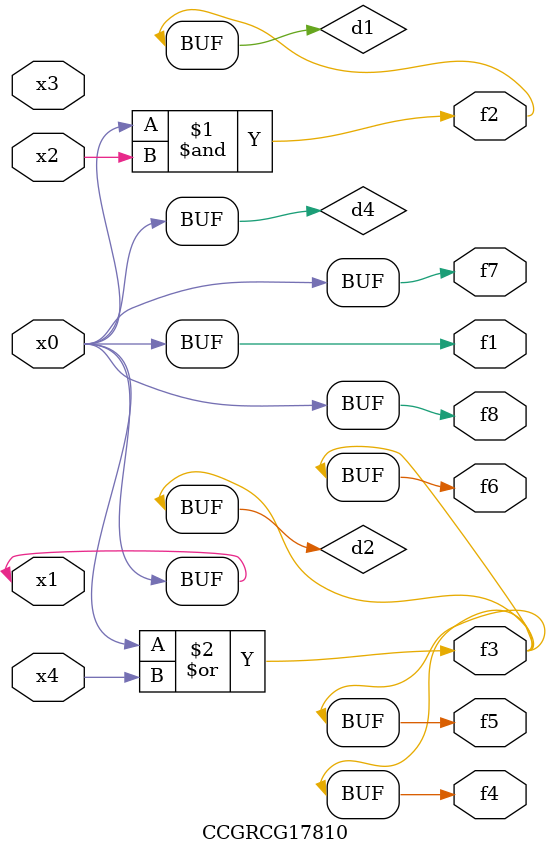
<source format=v>
module CCGRCG17810(
	input x0, x1, x2, x3, x4,
	output f1, f2, f3, f4, f5, f6, f7, f8
);

	wire d1, d2, d3, d4;

	and (d1, x0, x2);
	or (d2, x0, x4);
	nand (d3, x0, x2);
	buf (d4, x0, x1);
	assign f1 = d4;
	assign f2 = d1;
	assign f3 = d2;
	assign f4 = d2;
	assign f5 = d2;
	assign f6 = d2;
	assign f7 = d4;
	assign f8 = d4;
endmodule

</source>
